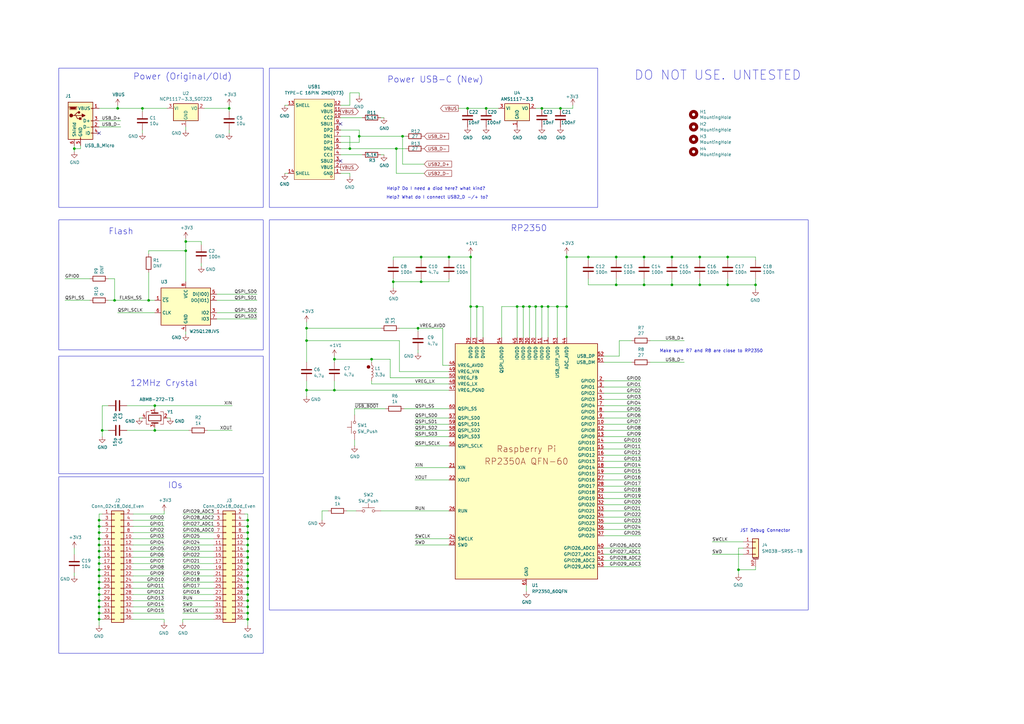
<source format=kicad_sch>
(kicad_sch (version 20250114) (generator "eeschema") (generator_version "9.0")
  (paper "A3")
  (title_block (title "RP2350A QFN-60 Minimal Design Example With USBC") (date "2025-03-18") (rev "REV1") (company "Abluestar.com") (comment 1 "https://github.com/funvill/RP2350A_Minimal_USBC"))
  (lib_symbols
    (symbol "+3V3_1" (power) (pin_numbers (hide yes)) (pin_names (offset 0) (hide yes))
      (property "Value" "+3V3" (at 0 3.556 0))
      (symbol "+3V3_1_1_1"
        (pin power_in line (at 0 0 90) (length 0) (name "~") (number "1"))
      )
    )
    (symbol "C2765186-usbc:TYPE-C16PIN2MD(073)"
      (property "Reference" "USB" (at 0 19.05 0))
      (property "Value" "TYPE-C 16PIN 2MD(073)" (at 0 -19.05 0))
      (symbol "TYPE-C16PIN2MD(073)_0_1"
        (pin unspecified line (at -11.43 13.97 0) (length 2.54) (name "GND") (number "1"))
        (pin unspecified line (at -11.43 11.43 0) (length 2.54) (name "VBUS") (number "2"))
        (pin unspecified line (at -11.43 8.89 0) (length 2.54) (name "SBU2") (number "3"))
        (pin unspecified line (at -11.43 6.35 0) (length 2.54) (name "CC1") (number "4"))
        (pin unspecified line (at -11.43 3.81 0) (length 2.54) (name "DN2") (number "5"))
        (pin unspecified line (at -11.43 1.27 0) (length 2.54) (name "DP1") (number "6"))
        (pin unspecified line (at -11.43 -1.27 0) (length 2.54) (name "DN1") (number "7"))
        (pin unspecified line (at -11.43 -3.81 0) (length 2.54) (name "DP2") (number "8"))
        (pin unspecified line (at -11.43 -6.35 0) (length 2.54) (name "SBU1") (number "9"))
        (pin unspecified line (at -11.43 -8.89 0) (length 2.54) (name "CC2") (number "10"))
        (pin unspecified line (at -11.43 -11.43 0) (length 2.54) (name "VBUS") (number "11"))
        (pin unspecified line (at -11.43 -13.97 0) (length 2.54) (name "GND") (number "12"))
        (pin unspecified line (at 10.16 13.97 180) (length 2.54) (name "SHELL") (number "14"))
        (pin unspecified line (at 10.16 -13.97 180) (length 2.54) (name "SHELL") (number "13"))
      )
    )
    (symbol "Connector:USB_B_Micro" (pin_names (offset 1.016))
      (property "Reference" "J" (at -5.08 11.43 0))
      (property "Value" "USB_B_Micro" (at -5.08 8.89 0))
      (symbol "USB_B_Micro_1_1"
        (pin passive line (at -2.54 -10.16 90) (length 2.54) (name "Shield") (number "6"))
        (pin power_out line (at 0 -10.16 90) (length 2.54) (name "GND") (number "5"))
        (pin power_out line (at 7.62 5.08 180) (length 2.54) (name "VBUS") (number "1"))
        (pin bidirectional line (at 7.62 0 180) (length 2.54) (name "D+") (number "3"))
        (pin bidirectional line (at 7.62 -2.54 180) (length 2.54) (name "D-") (number "2"))
        (pin passive line (at 7.62 -5.08 180) (length 2.54) (name "ID") (number "4"))
      )
    )
    (symbol "Connector_Generic:Conn_02x18_Odd_Even" (pin_names (offset 1.016) (hide yes))
      (property "Reference" "J" (at 1.27 22.86 0))
      (property "Value" "Conn_02x18_Odd_Even" (at 1.27 -25.4 0))
      (symbol "Conn_02x18_Odd_Even_1_1"
        (pin passive line (at -5.08 20.32 0) (length 3.81) (name "Pin_1") (number "1"))
        (pin passive line (at -5.08 17.78 0) (length 3.81) (name "Pin_3") (number "3"))
        (pin passive line (at -5.08 15.24 0) (length 3.81) (name "Pin_5") (number "5"))
        (pin passive line (at -5.08 12.7 0) (length 3.81) (name "Pin_7") (number "7"))
        (pin passive line (at -5.08 10.16 0) (length 3.81) (name "Pin_9") (number "9"))
        (pin passive line (at -5.08 7.62 0) (length 3.81) (name "Pin_11") (number "11"))
        (pin passive line (at -5.08 5.08 0) (length 3.81) (name "Pin_13") (number "13"))
        (pin passive line (at -5.08 2.54 0) (length 3.81) (name "Pin_15") (number "15"))
        (pin passive line (at -5.08 0 0) (length 3.81) (name "Pin_17") (number "17"))
        (pin passive line (at -5.08 -2.54 0) (length 3.81) (name "Pin_19") (number "19"))
        (pin passive line (at -5.08 -5.08 0) (length 3.81) (name "Pin_21") (number "21"))
        (pin passive line (at -5.08 -7.62 0) (length 3.81) (name "Pin_23") (number "23"))
        (pin passive line (at -5.08 -10.16 0) (length 3.81) (name "Pin_25") (number "25"))
        (pin passive line (at -5.08 -12.7 0) (length 3.81) (name "Pin_27") (number "27"))
        (pin passive line (at -5.08 -15.24 0) (length 3.81) (name "Pin_29") (number "29"))
        (pin passive line (at -5.08 -17.78 0) (length 3.81) (name "Pin_31") (number "31"))
        (pin passive line (at -5.08 -20.32 0) (length 3.81) (name "Pin_33") (number "33"))
        (pin passive line (at -5.08 -22.86 0) (length 3.81) (name "Pin_35") (number "35"))
        (pin passive line (at 7.62 20.32 180) (length 3.81) (name "Pin_2") (number "2"))
        (pin passive line (at 7.62 17.78 180) (length 3.81) (name "Pin_4") (number "4"))
        (pin passive line (at 7.62 15.24 180) (length 3.81) (name "Pin_6") (number "6"))
        (pin passive line (at 7.62 12.7 180) (length 3.81) (name "Pin_8") (number "8"))
        (pin passive line (at 7.62 10.16 180) (length 3.81) (name "Pin_10") (number "10"))
        (pin passive line (at 7.62 7.62 180) (length 3.81) (name "Pin_12") (number "12"))
        (pin passive line (at 7.62 5.08 180) (length 3.81) (name "Pin_14") (number "14"))
        (pin passive line (at 7.62 2.54 180) (length 3.81) (name "Pin_16") (number "16"))
        (pin passive line (at 7.62 0 180) (length 3.81) (name "Pin_18") (number "18"))
        (pin passive line (at 7.62 -2.54 180) (length 3.81) (name "Pin_20") (number "20"))
        (pin passive line (at 7.62 -5.08 180) (length 3.81) (name "Pin_22") (number "22"))
        (pin passive line (at 7.62 -7.62 180) (length 3.81) (name "Pin_24") (number "24"))
        (pin passive line (at 7.62 -10.16 180) (length 3.81) (name "Pin_26") (number "26"))
        (pin passive line (at 7.62 -12.7 180) (length 3.81) (name "Pin_28") (number "28"))
        (pin passive line (at 7.62 -15.24 180) (length 3.81) (name "Pin_30") (number "30"))
        (pin passive line (at 7.62 -17.78 180) (length 3.81) (name "Pin_32") (number "32"))
        (pin passive line (at 7.62 -20.32 180) (length 3.81) (name "Pin_34") (number "34"))
        (pin passive line (at 7.62 -22.86 180) (length 3.81) (name "Pin_36") (number "36"))
      )
    )
    (symbol "Connector_Generic_MountingPin:Conn_01x03_MountingPin" (pin_names (offset 1.016) (hide yes))
      (property "Reference" "J" (at 0 5.08 0))
      (property "Value" "Conn_01x03_MountingPin" (at 1.27 -5.08 0))
      (symbol "Conn_01x03_MountingPin_1_1"
        (text "Mounting" (at 0 -4.191 0) (effects (font (size 0.381 0.381))))
        (pin passive line (at -5.08 2.54 0) (length 3.81) (name "Pin_1") (number "1"))
        (pin passive line (at -5.08 0 0) (length 3.81) (name "Pin_2") (number "2"))
        (pin passive line (at -5.08 -2.54 0) (length 3.81) (name "Pin_3") (number "3"))
        (pin passive line (at 0 -7.62 90) (length 3.048) (name "MountPin") (number "MP"))
      )
    )
    (symbol "Device:C" (pin_numbers (hide yes)) (pin_names (offset 0.254))
      (property "Reference" "C" (at 0.635 2.54 0))
      (property "Value" "C" (at 0.635 -2.54 0))
      (symbol "C_1_1"
        (pin passive line (at 0 3.81 270) (length 2.794) (name "~") (number "1"))
        (pin passive line (at 0 -3.81 90) (length 2.794) (name "~") (number "2"))
      )
    )
    (symbol "Device:Crystal_GND24" (pin_names (offset 1.016) (hide yes))
      (property "Reference" "Y" (at 3.175 5.08 0))
      (property "Value" "Crystal_GND24" (at 3.175 3.175 0))
      (symbol "Crystal_GND24_1_1"
        (pin passive line (at -3.81 0 0) (length 1.27) (name "1") (number "1"))
        (pin passive line (at 0 5.08 270) (length 1.27) (name "2") (number "2"))
        (pin passive line (at 0 -5.08 90) (length 1.27) (name "4") (number "4"))
        (pin passive line (at 3.81 0 180) (length 1.27) (name "3") (number "3"))
      )
    )
    (symbol "Device:L" (pin_numbers (hide yes)) (pin_names (offset 1.016) (hide yes))
      (property "Reference" "L" (at -1.27 0 90))
      (property "Value" "L" (at 1.905 0 90))
      (symbol "L_1_1"
        (pin passive line (at 0 3.81 270) (length 1.27) (name "1") (number "1"))
        (pin passive line (at 0 -3.81 90) (length 1.27) (name "2") (number "2"))
      )
    )
    (symbol "Device:R" (pin_numbers (hide yes)) (pin_names (offset 0))
      (property "Reference" "R" (at 2.032 0 90))
      (property "Value" "R" (at 0 0 90))
      (symbol "R_1_1"
        (pin passive line (at 0 3.81 270) (length 1.27) (name "~") (number "1"))
        (pin passive line (at 0 -3.81 90) (length 1.27) (name "~") (number "2"))
      )
    )
    (symbol "MCU_RaspberryPi_RP2350:RP2350_60QFN" (pin_names (offset 1.016))
      (property "Reference" "U" (at -29.21 49.53 0))
      (property "Value" "RP2350_60QFN" (at 24.13 -49.53 0))
      (symbol "RP2350_60QFN_0_0"
        (text "Raspberry Pi" (at 0 5.08 0) (effects (font (size 2.54 2.54))))
      )
      (symbol "RP2350_60QFN_1_0"
        (text "RP2350A QFN-60" (at 0 0 0) (effects (font (size 2.54 2.54))))
      )
      (symbol "RP2350_60QFN_1_1"
        (pin power_in line (at -31.75 39.37 0) (length 2.54) (name "VREG_AVDD") (number "46"))
        (pin power_in line (at -31.75 36.83 0) (length 2.54) (name "VREG_VIN") (number "49"))
        (pin input line (at -31.75 34.29 0) (length 2.54) (name "VREG_FB") (number "50"))
        (pin power_out line (at -31.75 31.75 0) (length 2.54) (name "VREG_LX") (number "48"))
        (pin power_in line (at -31.75 29.21 0) (length 2.54) (name "VREG_PGND") (number "47"))
        (pin bidirectional line (at -31.75 21.59 0) (length 2.54) (name "QSPI_SS") (number "60"))
        (pin bidirectional line (at -31.75 17.78 0) (length 2.54) (name "QSPI_SD0") (number "57"))
        (pin bidirectional line (at -31.75 15.24 0) (length 2.54) (name "QSPI_SD1") (number "59"))
        (pin bidirectional line (at -31.75 12.7 0) (length 2.54) (name "QSPI_SD2") (number "58"))
        (pin bidirectional line (at -31.75 10.16 0) (length 2.54) (name "QSPI_SD3") (number "55"))
        (pin output line (at -31.75 6.35 0) (length 2.54) (name "QSPI_SCLK") (number "56"))
        (pin input line (at -31.75 -2.54 0) (length 2.54) (name "XIN") (number "21"))
        (pin passive line (at -31.75 -7.62 0) (length 2.54) (name "XOUT") (number "22"))
        (pin input line (at -31.75 -20.32 0) (length 2.54) (name "RUN") (number "26"))
        (pin output line (at -31.75 -31.75 0) (length 2.54) (name "SWCLK") (number "24"))
        (pin bidirectional line (at -31.75 -34.29 0) (length 2.54) (name "SWD") (number "25"))
        (pin power_in line (at -22.86 50.8 270) (length 2.54) (name "DVDD") (number "39"))
        (pin power_in line (at -20.32 50.8 270) (length 2.54) (name "DVDD") (number "23"))
        (pin power_in line (at -17.78 50.8 270) (length 2.54) (name "DVDD") (number "6"))
        (pin power_in line (at -10.16 50.8 270) (length 2.54) (name "QSPI_IOVDD") (number "54"))
        (pin power_in line (at -3.81 50.8 270) (length 2.54) (name "IOVDD") (number "45"))
        (pin power_in line (at -1.27 50.8 270) (length 2.54) (name "IOVDD") (number "38"))
        (pin power_in line (at 0 -50.8 90) (length 2.54) (name "GND") (number "61"))
        (pin power_in line (at 1.27 50.8 270) (length 2.54) (name "IOVDD") (number "30"))
        (pin power_in line (at 3.81 50.8 270) (length 2.54) (name "IOVDD") (number "20"))
        (pin power_in line (at 6.35 50.8 270) (length 2.54) (name "IOVDD") (number "11"))
        (pin power_in line (at 8.89 50.8 270) (length 2.54) (name "IOVDD") (number "1"))
        (pin power_in line (at 12.7 50.8 270) (length 2.54) (name "USB_OTP_VDD") (number "53"))
        (pin power_in line (at 16.51 50.8 270) (length 2.54) (name "ADC_AVDD") (number "44"))
        (pin bidirectional line (at 31.75 43.18 180) (length 2.54) (name "USB_DP") (number "52"))
        (pin bidirectional line (at 31.75 40.64 180) (length 2.54) (name "USB_DM") (number "51"))
        (pin bidirectional line (at 31.75 33.02 180) (length 2.54) (name "GPIO0") (number "2"))
        (pin bidirectional line (at 31.75 30.48 180) (length 2.54) (name "GPIO1") (number "3"))
        (pin bidirectional line (at 31.75 27.94 180) (length 2.54) (name "GPIO2") (number "4"))
        (pin bidirectional line (at 31.75 25.4 180) (length 2.54) (name "GPIO3") (number "5"))
        (pin bidirectional line (at 31.75 22.86 180) (length 2.54) (name "GPIO4") (number "7"))
        (pin bidirectional line (at 31.75 20.32 180) (length 2.54) (name "GPIO5") (number "8"))
        (pin bidirectional line (at 31.75 17.78 180) (length 2.54) (name "GPIO6") (number "9"))
        (pin bidirectional line (at 31.75 15.24 180) (length 2.54) (name "GPIO7") (number "10"))
        (pin bidirectional line (at 31.75 12.7 180) (length 2.54) (name "GPIO8") (number "12"))
        (pin bidirectional line (at 31.75 10.16 180) (length 2.54) (name "GPIO9") (number "13"))
        (pin bidirectional line (at 31.75 7.62 180) (length 2.54) (name "GPIO10") (number "14"))
        (pin bidirectional line (at 31.75 5.08 180) (length 2.54) (name "GPIO11") (number "15"))
        (pin bidirectional line (at 31.75 2.54 180) (length 2.54) (name "GPIO12") (number "16"))
        (pin bidirectional line (at 31.75 0 180) (length 2.54) (name "GPIO13") (number "17"))
        (pin bidirectional line (at 31.75 -2.54 180) (length 2.54) (name "GPIO14") (number "18"))
        (pin bidirectional line (at 31.75 -5.08 180) (length 2.54) (name "GPIO15") (number "19"))
        (pin bidirectional line (at 31.75 -7.62 180) (length 2.54) (name "GPIO16") (number "27"))
        (pin bidirectional line (at 31.75 -10.16 180) (length 2.54) (name "GPIO17") (number "28"))
        (pin bidirectional line (at 31.75 -12.7 180) (length 2.54) (name "GPIO18") (number "29"))
        (pin bidirectional line (at 31.75 -15.24 180) (length 2.54) (name "GPIO19") (number "31"))
        (pin bidirectional line (at 31.75 -17.78 180) (length 2.54) (name "GPIO20") (number "32"))
        (pin bidirectional line (at 31.75 -20.32 180) (length 2.54) (name "GPIO21") (number "33"))
        (pin bidirectional line (at 31.75 -22.86 180) (length 2.54) (name "GPIO22") (number "34"))
        (pin bidirectional line (at 31.75 -25.4 180) (length 2.54) (name "GPIO23") (number "35"))
        (pin bidirectional line (at 31.75 -27.94 180) (length 2.54) (name "GPIO24") (number "36"))
        (pin bidirectional line (at 31.75 -30.48 180) (length 2.54) (name "GPIO25") (number "37"))
        (pin bidirectional line (at 31.75 -35.56 180) (length 2.54) (name "GPIO26_ADC0") (number "40"))
        (pin bidirectional line (at 31.75 -38.1 180) (length 2.54) (name "GPIO27_ADC1") (number "41"))
        (pin bidirectional line (at 31.75 -40.64 180) (length 2.54) (name "GPIO28_ADC2") (number "42"))
        (pin bidirectional line (at 31.75 -43.18 180) (length 2.54) (name "GPIO29_ADC3") (number "43"))
      )
    )
    (symbol "Mechanical:MountingHole" (pin_names (offset 1.016))
      (property "Reference" "H" (at 0 5.08 0))
      (property "Value" "MountingHole" (at 0 3.175 0))
    )
    (symbol "Memory_Flash:W25Q128JVS"
      (property "Reference" "U" (at -8.89 8.89 0))
      (property "Value" "W25Q128JVS" (at 7.62 8.89 0))
      (symbol "W25Q128JVS_1_1"
        (pin input line (at -12.7 2.54 0) (length 2.54) (name "~{CS}") (number "1"))
        (pin input line (at -12.7 -2.54 0) (length 2.54) (name "CLK") (number "6"))
        (pin power_in line (at 0 10.16 270) (length 2.54) (name "VCC") (number "8"))
        (pin power_in line (at 0 -10.16 90) (length 2.54) (name "GND") (number "4"))
        (pin bidirectional line (at 12.7 5.08 180) (length 2.54) (name "DI(IO0)") (number "5"))
        (pin bidirectional line (at 12.7 2.54 180) (length 2.54) (name "DO(IO1)") (number "2"))
        (pin bidirectional line (at 12.7 -2.54 180) (length 2.54) (name "IO2") (number "3"))
        (pin bidirectional line (at 12.7 -5.08 180) (length 2.54) (name "IO3") (number "7"))
      )
    )
    (symbol "Regulator_Linear:AMS1117-3.3"
      (property "Reference" "U" (at -3.81 3.175 0))
      (property "Value" "AMS1117-3.3" (at 0 3.175 0))
      (symbol "AMS1117-3.3_1_1"
        (pin power_in line (at -7.62 0 0) (length 2.54) (name "VI") (number "3"))
        (pin power_in line (at 0 -7.62 90) (length 2.54) (name "GND") (number "1"))
        (pin power_out line (at 7.62 0 180) (length 2.54) (name "VO") (number "2"))
      )
    )
    (symbol "Regulator_Linear:NCP1117-3.3_SOT223" (pin_names (offset 0.254))
      (property "Reference" "U" (at -3.81 3.175 0))
      (property "Value" "NCP1117-3.3_SOT223" (at 0 3.175 0))
      (symbol "NCP1117-3.3_SOT223_1_1"
        (pin power_in line (at -7.62 0 0) (length 2.54) (name "VI") (number "3"))
        (pin power_in line (at 0 -7.62 90) (length 2.54) (name "GND") (number "1"))
        (pin power_out line (at 7.62 0 180) (length 2.54) (name "VO") (number "2"))
      )
    )
    (symbol "Switch:SW_Push" (pin_numbers (hide yes)) (pin_names (offset 1.016) (hide yes))
      (property "Reference" "SW" (at 1.27 2.54 0))
      (property "Value" "SW_Push" (at 0 -1.524 0))
      (symbol "SW_Push_0_1"
        (pin passive line (at -5.08 0 0) (length 2.54) (name "1") (number "1"))
        (pin passive line (at 5.08 0 180) (length 2.54) (name "2") (number "2"))
      )
    )
    (symbol "power:+1V1" (power) (pin_names (offset 0))
      (property "Value" "+1V1" (at 0 3.556 0))
      (symbol "+1V1_1_1"
        (pin power_in line (at 0 0 90) (length 0) (hide yes) (name "+1V1") (number "1"))
      )
    )
    (symbol "power:+3V3" (power) (pin_names (offset 0))
      (property "Value" "+3V3" (at 0 3.556 0))
      (symbol "+3V3_1_1"
        (pin power_in line (at 0 0 90) (length 0) (hide yes) (name "+3V3") (number "1"))
      )
    )
    (symbol "power:GND" (power) (pin_names (offset 0))
      (property "Value" "GND" (at 0 -3.81 0))
      (symbol "GND_1_1"
        (pin power_in line (at 0 0 270) (length 0) (hide yes) (name "GND") (number "1"))
      )
    )
    (symbol "power:VBUS" (power) (pin_names (offset 0))
      (property "Value" "VBUS" (at 0 3.81 0))
      (symbol "VBUS_1_1"
        (pin power_in line (at 0 0 90) (length 0) (hide yes) (name "VBUS") (number "1"))
      )
    )
  )
  (rectangle (start 24.13 195.58) (end 107.95 267.97))
  (rectangle (start 24.13 27.94) (end 107.95 85.09))
  (circle (center 151.13 150.495) (radius 0.635) (stroke (width 0) (color 132 0 0 1)) (fill (type color) (color 132 0 0 1)))
  (rectangle (start 24.13 146.05) (end 107.95 194.31))
  (rectangle (start 24.13 90.17) (end 107.95 143.51))
  (rectangle (start 110.49 27.94) (end 245.11 85.09))
  (rectangle (start 110.49 90.17) (end 331.47 250.19))
  (text "Help? What do I connect USB2_D -/+ to?" (at 179.324 81.026 0) (effects (font (size 1.27 1.27))))
  (text "JST Debug Connector" (at 303.53 218.44 0) (effects (font (size 1.27 1.27)) (justify left bottom)))
  (text "IOs" (at 68.834 200.66 0) (effects (font (size 2.54 2.54)) (justify left bottom)))
  (text "RP2350" (at 216.916 93.726 0) (effects (font (size 2.54 2.54))))
  (text "Flash" (at 44.45 96.52 0) (effects (font (size 2.54 2.54)) (justify left bottom)))
  (text "Make sure R7 and R8 are close to RP2350\n" (at 270.51 144.78 0) (effects (font (size 1.27 1.27)) (justify left bottom)))
  (text "DO NOT USE. UNTESTED" (at 294.386 30.988 0) (effects (font (size 3.81 3.81))))
  (text "Help? Do I need a diod here? what kind?" (at 178.816 77.47 0) (effects (font (size 1.27 1.27))))
  (text "12MHz Crystal" (at 53.34 158.75 0) (effects (font (size 2.54 2.54)) (justify left bottom)))
  (text "Power (Original/Old)" (at 54.61 33.02 0) (effects (font (size 2.54 2.54)) (justify left bottom)))
  (text "Power USB-C (New)" (at 178.562 32.766 0) (effects (font (size 2.54 2.54))))
  (junction (at 302.895 233.68))
  (junction (at 275.59 105.41))
  (junction (at 171.45 134.62))
  (junction (at 191.77 44.45))
  (junction (at 40.64 238.76))
  (junction (at 137.16 147.32))
  (junction (at 40.64 246.38))
  (junction (at 212.09 125.73))
  (junction (at 298.45 116.84))
  (junction (at 40.64 236.22))
  (junction (at 193.04 125.73))
  (junction (at 147.32 55.88))
  (junction (at 172.72 115.57))
  (junction (at 232.41 105.41))
  (junction (at 101.6 251.46))
  (junction (at 40.64 233.68))
  (junction (at 214.63 125.73))
  (junction (at 63.5 166.37))
  (junction (at 48.26 44.45))
  (junction (at 152.4 147.32))
  (junction (at 30.48 60.96))
  (junction (at 137.16 160.02))
  (junction (at 241.3 105.41))
  (junction (at 40.64 241.3))
  (junction (at 222.25 44.45))
  (junction (at 228.6 125.73))
  (junction (at 41.91 176.53))
  (junction (at 172.72 105.41))
  (junction (at 224.79 125.73))
  (junction (at 101.6 243.84))
  (junction (at 287.02 116.84))
  (junction (at 101.6 223.52))
  (junction (at 101.6 233.68))
  (junction (at 162.56 60.96))
  (junction (at 309.88 116.84))
  (junction (at 101.6 215.9))
  (junction (at 101.6 246.38))
  (junction (at 264.16 116.84))
  (junction (at 40.64 231.14))
  (junction (at 222.25 125.73))
  (junction (at 76.2 99.06))
  (junction (at 40.64 218.44))
  (junction (at 217.17 125.73))
  (junction (at 101.6 254))
  (junction (at 199.39 44.45))
  (junction (at 193.04 105.41))
  (junction (at 76.2 102.87))
  (junction (at 125.73 160.02))
  (junction (at 101.6 226.06))
  (junction (at 298.45 105.41))
  (junction (at 101.6 228.6))
  (junction (at 275.59 116.84))
  (junction (at 287.02 105.41))
  (junction (at 40.64 228.6))
  (junction (at 40.64 226.06))
  (junction (at 58.42 44.45))
  (junction (at 184.15 105.41))
  (junction (at 101.6 248.92))
  (junction (at 101.6 241.3))
  (junction (at 101.6 220.98))
  (junction (at 40.64 254))
  (junction (at 40.64 243.84))
  (junction (at 40.64 215.9))
  (junction (at 101.6 218.44))
  (junction (at 40.64 213.36))
  (junction (at 101.6 236.22))
  (junction (at 252.73 105.41))
  (junction (at 63.5 176.53))
  (junction (at 40.64 248.92))
  (junction (at 252.73 116.84))
  (junction (at 232.41 125.73))
  (junction (at 229.87 44.45))
  (junction (at 101.6 231.14))
  (junction (at 125.73 134.62))
  (junction (at 40.64 251.46))
  (junction (at 195.58 125.73))
  (junction (at 264.16 105.41))
  (junction (at 60.96 123.19))
  (junction (at 46.99 123.19))
  (junction (at 101.6 213.36))
  (junction (at 101.6 238.76))
  (junction (at 93.98 44.45))
  (junction (at 143.51 60.96))
  (junction (at 40.64 220.98))
  (junction (at 165.1 55.88))
  (junction (at 219.71 125.73))
  (junction (at 125.73 139.7))
  (junction (at 161.29 115.57))
  (junction (at 40.64 223.52))
  (no_connect (at 139.7 66.04))
  (no_connect (at 139.7 50.8))
  (no_connect (at 40.64 54.61))
  (wire (pts (xy 247.65 171.45) (xy 262.89 171.45)))
  (wire (pts (xy 171.45 144.78) (xy 171.45 143.51)))
  (wire (pts (xy 26.67 114.3) (xy 36.83 114.3)))
  (wire (pts (xy 139.7 48.26) (xy 148.59 48.26)))
  (wire (pts (xy 163.83 139.7) (xy 163.83 152.4)))
  (wire (pts (xy 101.6 241.3) (xy 101.6 243.84)))
  (wire (pts (xy 247.65 229.87) (xy 262.89 229.87)))
  (wire (pts (xy 101.6 226.06) (xy 101.6 228.6)))
  (wire (pts (xy 67.31 233.68) (xy 54.61 233.68)))
  (wire (pts (xy 87.63 236.22) (xy 74.93 236.22)))
  (wire (pts (xy 40.64 248.92) (xy 40.64 251.46)))
  (wire (pts (xy 302.895 224.79) (xy 302.895 233.68)))
  (wire (pts (xy 172.72 105.41) (xy 184.15 105.41)))
  (wire (pts (xy 87.63 220.98) (xy 74.93 220.98)))
  (wire (pts (xy 247.65 173.99) (xy 262.89 173.99)))
  (wire (pts (xy 93.98 44.45) (xy 93.98 43.18)))
  (wire (pts (xy 87.63 246.38) (xy 74.93 246.38)))
  (wire (pts (xy 63.5 167.64) (xy 63.5 166.37)))
  (wire (pts (xy 252.73 106.68) (xy 252.73 105.41)))
  (wire (pts (xy 252.73 114.3) (xy 252.73 116.84)))
  (wire (pts (xy 181.61 134.62) (xy 181.61 149.86)))
  (wire (pts (xy 67.31 238.76) (xy 54.61 238.76)))
  (wire (pts (xy 224.79 125.73) (xy 228.6 125.73)))
  (wire (pts (xy 172.72 106.68) (xy 172.72 105.41)))
  (wire (pts (xy 184.15 182.88) (xy 170.18 182.88)))
  (wire (pts (xy 172.72 115.57) (xy 184.15 115.57)))
  (wire (pts (xy 30.48 59.69) (xy 30.48 60.96)))
  (wire (pts (xy 247.65 212.09) (xy 262.89 212.09)))
  (wire (pts (xy 101.6 254) (xy 101.6 256.54)))
  (wire (pts (xy 247.65 156.21) (xy 262.89 156.21)))
  (wire (pts (xy 161.29 114.3) (xy 161.29 115.57)))
  (wire (pts (xy 48.26 43.18) (xy 48.26 44.45)))
  (wire (pts (xy 171.45 134.62) (xy 181.61 134.62)))
  (wire (pts (xy 101.6 243.84) (xy 101.6 246.38)))
  (wire (pts (xy 247.65 207.01) (xy 262.89 207.01)))
  (wire (pts (xy 67.31 243.84) (xy 54.61 243.84)))
  (wire (pts (xy 139.7 58.42) (xy 147.32 58.42)))
  (wire (pts (xy 165.1 55.88) (xy 165.1 67.31)))
  (wire (pts (xy 101.6 220.98) (xy 101.6 223.52)))
  (wire (pts (xy 162.56 60.96) (xy 166.37 60.96)))
  (wire (pts (xy 40.64 254) (xy 40.64 256.54)))
  (wire (pts (xy 264.16 106.68) (xy 264.16 105.41)))
  (wire (pts (xy 162.56 60.96) (xy 162.56 71.12)))
  (wire (pts (xy 145.415 167.64) (xy 145.415 170.18)))
  (wire (pts (xy 184.15 220.98) (xy 170.18 220.98)))
  (wire (pts (xy 87.63 233.68) (xy 74.93 233.68)))
  (wire (pts (xy 125.73 134.62) (xy 125.73 139.7)))
  (wire (pts (xy 241.3 106.68) (xy 241.3 105.41)))
  (wire (pts (xy 63.5 176.53) (xy 77.47 176.53)))
  (wire (pts (xy 101.6 218.44) (xy 101.6 220.98)))
  (wire (pts (xy 241.3 114.3) (xy 241.3 116.84)))
  (wire (pts (xy 125.73 139.7) (xy 163.83 139.7)))
  (wire (pts (xy 125.73 139.7) (xy 125.73 148.59)))
  (wire (pts (xy 143.51 38.1) (xy 147.32 38.1)))
  (wire (pts (xy 41.91 246.38) (xy 40.64 246.38)))
  (wire (pts (xy 41.91 176.53) (xy 41.91 179.07)))
  (wire (pts (xy 87.63 241.3) (xy 74.93 241.3)))
  (wire (pts (xy 40.64 251.46) (xy 40.64 254)))
  (wire (pts (xy 217.17 138.43) (xy 217.17 125.73)))
  (wire (pts (xy 33.02 59.69) (xy 33.02 60.96)))
  (wire (pts (xy 40.64 228.6) (xy 40.64 231.14)))
  (wire (pts (xy 222.25 44.45) (xy 229.87 44.45)))
  (wire (pts (xy 205.74 138.43) (xy 205.74 125.73)))
  (wire (pts (xy 48.26 128.27) (xy 63.5 128.27)))
  (wire (pts (xy 76.2 97.79) (xy 76.2 99.06)))
  (wire (pts (xy 41.91 166.37) (xy 41.91 176.53)))
  (wire (pts (xy 228.6 125.73) (xy 232.41 125.73)))
  (wire (pts (xy 275.59 105.41) (xy 287.02 105.41)))
  (wire (pts (xy 100.33 231.14) (xy 101.6 231.14)))
  (wire (pts (xy 139.7 63.5) (xy 148.59 63.5)))
  (wire (pts (xy 44.45 166.37) (xy 41.91 166.37)))
  (wire (pts (xy 171.45 134.62) (xy 171.45 135.89)))
  (wire (pts (xy 287.02 116.84) (xy 275.59 116.84)))
  (wire (pts (xy 139.7 53.34) (xy 147.32 53.34)))
  (wire (pts (xy 67.31 246.38) (xy 54.61 246.38)))
  (wire (pts (xy 247.65 219.71) (xy 262.89 219.71)))
  (wire (pts (xy 44.45 114.3) (xy 46.99 114.3)))
  (wire (pts (xy 219.71 125.73) (xy 222.25 125.73)))
  (wire (pts (xy 40.64 52.07) (xy 49.53 52.07)))
  (wire (pts (xy 139.7 55.88) (xy 143.51 55.88)))
  (wire (pts (xy 252.73 116.84) (xy 241.3 116.84)))
  (wire (pts (xy 287.02 114.3) (xy 287.02 116.84)))
  (wire (pts (xy 193.04 105.41) (xy 193.04 125.73)))
  (wire (pts (xy 214.63 125.73) (xy 217.17 125.73)))
  (wire (pts (xy 101.6 233.68) (xy 101.6 236.22)))
  (wire (pts (xy 100.33 246.38) (xy 101.6 246.38)))
  (wire (pts (xy 247.65 184.15) (xy 262.89 184.15)))
  (wire (pts (xy 219.71 138.43) (xy 219.71 125.73)))
  (wire (pts (xy 60.96 102.87) (xy 76.2 102.87)))
  (wire (pts (xy 163.83 152.4) (xy 184.15 152.4)))
  (wire (pts (xy 100.33 254) (xy 101.6 254)))
  (wire (pts (xy 100.33 228.6) (xy 101.6 228.6)))
  (wire (pts (xy 217.17 125.73) (xy 219.71 125.73)))
  (wire (pts (xy 58.42 45.72) (xy 58.42 44.45)))
  (wire (pts (xy 100.33 223.52) (xy 101.6 223.52)))
  (wire (pts (xy 125.73 132.08) (xy 125.73 134.62)))
  (wire (pts (xy 41.91 238.76) (xy 40.64 238.76)))
  (wire (pts (xy 101.6 215.9) (xy 101.6 218.44)))
  (wire (pts (xy 165.1 55.88) (xy 166.37 55.88)))
  (wire (pts (xy 125.73 160.02) (xy 137.16 160.02)))
  (wire (pts (xy 247.65 176.53) (xy 262.89 176.53)))
  (wire (pts (xy 134.62 209.55) (xy 132.08 209.55)))
  (wire (pts (xy 252.73 105.41) (xy 264.16 105.41)))
  (wire (pts (xy 60.96 104.14) (xy 60.96 102.87)))
  (wire (pts (xy 137.16 148.59) (xy 137.16 147.32)))
  (wire (pts (xy 67.31 255.27) (xy 67.31 254)))
  (wire (pts (xy 247.65 158.75) (xy 262.89 158.75)))
  (wire (pts (xy 88.9 130.81) (xy 105.41 130.81)))
  (wire (pts (xy 184.15 167.64) (xy 165.735 167.64)))
  (wire (pts (xy 161.29 106.68) (xy 161.29 105.41)))
  (wire (pts (xy 40.64 215.9) (xy 40.64 218.44)))
  (wire (pts (xy 125.73 156.21) (xy 125.73 160.02)))
  (wire (pts (xy 100.33 218.44) (xy 101.6 218.44)))
  (wire (pts (xy 309.88 232.41) (xy 309.88 233.68)))
  (wire (pts (xy 187.96 44.45) (xy 191.77 44.45)))
  (wire (pts (xy 87.63 248.92) (xy 74.93 248.92)))
  (wire (pts (xy 67.31 236.22) (xy 54.61 236.22)))
  (wire (pts (xy 87.63 231.14) (xy 74.93 231.14)))
  (wire (pts (xy 101.6 231.14) (xy 101.6 233.68)))
  (wire (pts (xy 184.15 154.94) (xy 160.02 154.94)))
  (wire (pts (xy 147.32 38.1) (xy 147.32 39.37)))
  (wire (pts (xy 60.96 111.76) (xy 60.96 123.19)))
  (wire (pts (xy 76.2 135.89) (xy 76.2 137.16)))
  (wire (pts (xy 101.6 210.82) (xy 101.6 213.36)))
  (wire (pts (xy 100.33 248.92) (xy 101.6 248.92)))
  (wire (pts (xy 247.65 217.17) (xy 262.89 217.17)))
  (wire (pts (xy 158.115 167.64) (xy 145.415 167.64)))
  (wire (pts (xy 292.1 227.33) (xy 304.8 227.33)))
  (wire (pts (xy 101.6 246.38) (xy 101.6 248.92)))
  (wire (pts (xy 87.63 215.9) (xy 74.93 215.9)))
  (wire (pts (xy 247.65 232.41) (xy 262.89 232.41)))
  (wire (pts (xy 266.7 148.59) (xy 280.67 148.59)))
  (wire (pts (xy 101.6 238.76) (xy 101.6 241.3)))
  (wire (pts (xy 193.04 125.73) (xy 193.04 138.43)))
  (wire (pts (xy 87.63 238.76) (xy 74.93 238.76)))
  (wire (pts (xy 87.63 213.36) (xy 74.93 213.36)))
  (wire (pts (xy 60.96 123.19) (xy 63.5 123.19)))
  (wire (pts (xy 100.33 210.82) (xy 101.6 210.82)))
  (wire (pts (xy 232.41 125.73) (xy 232.41 138.43)))
  (wire (pts (xy 137.16 146.05) (xy 137.16 147.32)))
  (wire (pts (xy 85.09 176.53) (xy 95.25 176.53)))
  (wire (pts (xy 52.07 176.53) (xy 63.5 176.53)))
  (wire (pts (xy 137.16 160.02) (xy 184.15 160.02)))
  (wire (pts (xy 67.31 226.06) (xy 54.61 226.06)))
  (wire (pts (xy 125.73 160.02) (xy 125.73 162.56)))
  (wire (pts (xy 48.26 44.45) (xy 58.42 44.45)))
  (wire (pts (xy 41.91 228.6) (xy 40.64 228.6)))
  (wire (pts (xy 44.45 176.53) (xy 41.91 176.53)))
  (wire (pts (xy 100.33 251.46) (xy 101.6 251.46)))
  (wire (pts (xy 125.73 134.62) (xy 156.21 134.62)))
  (wire (pts (xy 100.33 241.3) (xy 101.6 241.3)))
  (wire (pts (xy 76.2 102.87) (xy 76.2 115.57)))
  (wire (pts (xy 234.95 43.18) (xy 234.95 44.45)))
  (wire (pts (xy 161.29 115.57) (xy 161.29 118.11)))
  (wire (pts (xy 116.84 43.18) (xy 118.11 43.18)))
  (wire (pts (xy 222.25 125.73) (xy 224.79 125.73)))
  (wire (pts (xy 26.67 123.19) (xy 36.83 123.19)))
  (wire (pts (xy 67.31 248.92) (xy 54.61 248.92)))
  (wire (pts (xy 83.82 44.45) (xy 93.98 44.45)))
  (wire (pts (xy 41.91 210.82) (xy 40.64 210.82)))
  (wire (pts (xy 41.91 248.92) (xy 40.64 248.92)))
  (wire (pts (xy 247.65 214.63) (xy 262.89 214.63)))
  (wire (pts (xy 172.72 114.3) (xy 172.72 115.57)))
  (wire (pts (xy 287.02 105.41) (xy 298.45 105.41)))
  (wire (pts (xy 100.33 213.36) (xy 101.6 213.36)))
  (wire (pts (xy 100.33 233.68) (xy 101.6 233.68)))
  (wire (pts (xy 67.31 210.82) (xy 67.31 209.55)))
  (wire (pts (xy 101.6 248.92) (xy 101.6 251.46)))
  (wire (pts (xy 147.32 55.88) (xy 165.1 55.88)))
  (wire (pts (xy 74.93 254) (xy 87.63 254)))
  (wire (pts (xy 76.2 99.06) (xy 76.2 102.87)))
  (wire (pts (xy 309.88 114.3) (xy 309.88 116.84)))
  (wire (pts (xy 44.45 123.19) (xy 46.99 123.19)))
  (wire (pts (xy 88.9 128.27) (xy 105.41 128.27)))
  (wire (pts (xy 170.18 191.77) (xy 184.15 191.77)))
  (wire (pts (xy 215.9 240.03) (xy 215.9 242.57)))
  (wire (pts (xy 170.18 176.53) (xy 184.15 176.53)))
  (wire (pts (xy 57.15 171.45) (xy 58.42 171.45)))
  (wire (pts (xy 101.6 228.6) (xy 101.6 231.14)))
  (wire (pts (xy 58.42 53.34) (xy 58.42 54.61)))
  (wire (pts (xy 198.12 125.73) (xy 198.12 138.43)))
  (wire (pts (xy 143.51 43.18) (xy 143.51 38.1)))
  (wire (pts (xy 212.09 138.43) (xy 212.09 125.73)))
  (wire (pts (xy 247.65 227.33) (xy 262.89 227.33)))
  (wire (pts (xy 247.65 161.29) (xy 262.89 161.29)))
  (wire (pts (xy 161.29 105.41) (xy 172.72 105.41)))
  (wire (pts (xy 191.77 44.45) (xy 199.39 44.45)))
  (wire (pts (xy 160.02 154.94) (xy 160.02 147.32)))
  (wire (pts (xy 156.21 63.5) (xy 157.48 63.5)))
  (wire (pts (xy 139.7 71.12) (xy 143.51 71.12)))
  (wire (pts (xy 87.63 210.82) (xy 74.93 210.82)))
  (wire (pts (xy 100.33 243.84) (xy 101.6 243.84)))
  (wire (pts (xy 67.31 254) (xy 54.61 254)))
  (wire (pts (xy 82.55 99.06) (xy 76.2 99.06)))
  (wire (pts (xy 40.64 213.36) (xy 40.64 215.9)))
  (wire (pts (xy 247.65 181.61) (xy 262.89 181.61)))
  (wire (pts (xy 298.45 106.68) (xy 298.45 105.41)))
  (wire (pts (xy 170.18 171.45) (xy 184.15 171.45)))
  (wire (pts (xy 40.64 223.52) (xy 40.64 226.06)))
  (wire (pts (xy 254 139.7) (xy 254 146.05)))
  (wire (pts (xy 247.65 189.23) (xy 262.89 189.23)))
  (wire (pts (xy 100.33 226.06) (xy 101.6 226.06)))
  (wire (pts (xy 275.59 114.3) (xy 275.59 116.84)))
  (wire (pts (xy 232.41 104.14) (xy 232.41 105.41)))
  (wire (pts (xy 275.59 106.68) (xy 275.59 105.41)))
  (wire (pts (xy 247.65 199.39) (xy 262.89 199.39)))
  (wire (pts (xy 40.64 231.14) (xy 40.64 233.68)))
  (wire (pts (xy 147.32 53.34) (xy 147.32 55.88)))
  (wire (pts (xy 163.83 134.62) (xy 171.45 134.62)))
  (wire (pts (xy 170.18 173.99) (xy 184.15 173.99)))
  (wire (pts (xy 41.91 236.22) (xy 40.64 236.22)))
  (wire (pts (xy 170.18 179.07) (xy 184.15 179.07)))
  (wire (pts (xy 287.02 106.68) (xy 287.02 105.41)))
  (wire (pts (xy 147.32 55.88) (xy 147.32 58.42)))
  (wire (pts (xy 41.91 241.3) (xy 40.64 241.3)))
  (wire (pts (xy 247.65 179.07) (xy 262.89 179.07)))
  (wire (pts (xy 143.51 60.96) (xy 139.7 60.96)))
  (wire (pts (xy 199.39 44.45) (xy 204.47 44.45)))
  (wire (pts (xy 142.24 209.55) (xy 146.05 209.55)))
  (wire (pts (xy 145.415 180.34) (xy 145.415 182.88)))
  (wire (pts (xy 298.45 116.84) (xy 287.02 116.84)))
  (wire (pts (xy 82.55 100.33) (xy 82.55 99.06)))
  (wire (pts (xy 40.64 210.82) (xy 40.64 213.36)))
  (wire (pts (xy 30.48 224.79) (xy 30.48 227.33)))
  (wire (pts (xy 100.33 220.98) (xy 101.6 220.98)))
  (wire (pts (xy 184.15 105.41) (xy 193.04 105.41)))
  (wire (pts (xy 165.1 67.31) (xy 173.99 67.31)))
  (wire (pts (xy 247.65 204.47) (xy 262.89 204.47)))
  (wire (pts (xy 87.63 223.52) (xy 74.93 223.52)))
  (wire (pts (xy 264.16 105.41) (xy 275.59 105.41)))
  (wire (pts (xy 275.59 116.84) (xy 264.16 116.84)))
  (wire (pts (xy 232.41 105.41) (xy 241.3 105.41)))
  (wire (pts (xy 152.4 157.48) (xy 184.15 157.48)))
  (wire (pts (xy 137.16 156.21) (xy 137.16 160.02)))
  (wire (pts (xy 247.65 194.31) (xy 262.89 194.31)))
  (wire (pts (xy 137.16 147.32) (xy 152.4 147.32)))
  (wire (pts (xy 33.02 60.96) (xy 30.48 60.96)))
  (wire (pts (xy 219.71 44.45) (xy 222.25 44.45)))
  (wire (pts (xy 264.16 114.3) (xy 264.16 116.84)))
  (wire (pts (xy 184.15 223.52) (xy 170.18 223.52)))
  (wire (pts (xy 101.6 223.52) (xy 101.6 226.06)))
  (wire (pts (xy 254 139.7) (xy 259.08 139.7)))
  (wire (pts (xy 41.91 220.98) (xy 40.64 220.98)))
  (wire (pts (xy 40.64 218.44) (xy 40.64 220.98)))
  (wire (pts (xy 195.58 125.73) (xy 198.12 125.73)))
  (wire (pts (xy 67.31 251.46) (xy 54.61 251.46)))
  (wire (pts (xy 68.58 171.45) (xy 69.85 171.45)))
  (wire (pts (xy 214.63 138.43) (xy 214.63 125.73)))
  (wire (pts (xy 302.895 233.68) (xy 309.88 233.68)))
  (wire (pts (xy 101.6 251.46) (xy 101.6 254)))
  (wire (pts (xy 247.65 209.55) (xy 262.89 209.55)))
  (wire (pts (xy 41.91 213.36) (xy 40.64 213.36)))
  (wire (pts (xy 41.91 231.14) (xy 40.64 231.14)))
  (wire (pts (xy 40.64 236.22) (xy 40.64 238.76)))
  (wire (pts (xy 266.7 139.7) (xy 280.67 139.7)))
  (wire (pts (xy 162.56 71.12) (xy 173.99 71.12)))
  (wire (pts (xy 67.31 231.14) (xy 54.61 231.14)))
  (wire (pts (xy 67.31 223.52) (xy 54.61 223.52)))
  (wire (pts (xy 74.93 255.27) (xy 74.93 254)))
  (wire (pts (xy 228.6 138.43) (xy 228.6 125.73)))
  (wire (pts (xy 67.31 213.36) (xy 54.61 213.36)))
  (wire (pts (xy 41.91 251.46) (xy 40.64 251.46)))
  (wire (pts (xy 143.51 60.96) (xy 162.56 60.96)))
  (wire (pts (xy 193.04 104.14) (xy 193.04 105.41)))
  (wire (pts (xy 292.1 222.25) (xy 304.8 222.25)))
  (wire (pts (xy 247.65 163.83) (xy 262.89 163.83)))
  (wire (pts (xy 298.45 116.84) (xy 309.88 116.84)))
  (wire (pts (xy 309.88 116.84) (xy 309.88 118.745)))
  (wire (pts (xy 87.63 228.6) (xy 74.93 228.6)))
  (wire (pts (xy 156.21 48.26) (xy 157.48 48.26)))
  (wire (pts (xy 152.4 157.48) (xy 152.4 156.21)))
  (wire (pts (xy 87.63 243.84) (xy 74.93 243.84)))
  (wire (pts (xy 247.65 201.93) (xy 262.89 201.93)))
  (wire (pts (xy 139.7 43.18) (xy 143.51 43.18)))
  (wire (pts (xy 100.33 238.76) (xy 101.6 238.76)))
  (wire (pts (xy 41.91 218.44) (xy 40.64 218.44)))
  (wire (pts (xy 46.99 114.3) (xy 46.99 123.19)))
  (wire (pts (xy 67.31 218.44) (xy 54.61 218.44)))
  (wire (pts (xy 247.65 224.79) (xy 262.89 224.79)))
  (wire (pts (xy 116.84 71.12) (xy 118.11 71.12)))
  (wire (pts (xy 143.51 71.12) (xy 143.51 72.39)))
  (wire (pts (xy 298.45 105.41) (xy 309.88 105.41)))
  (wire (pts (xy 41.91 223.52) (xy 40.64 223.52)))
  (wire (pts (xy 212.09 125.73) (xy 214.63 125.73)))
  (wire (pts (xy 40.64 241.3) (xy 40.64 243.84)))
  (wire (pts (xy 222.25 138.43) (xy 222.25 125.73)))
  (wire (pts (xy 67.31 241.3) (xy 54.61 241.3)))
  (wire (pts (xy 229.87 44.45) (xy 234.95 44.45)))
  (wire (pts (xy 100.33 215.9) (xy 101.6 215.9)))
  (wire (pts (xy 247.65 196.85) (xy 262.89 196.85)))
  (wire (pts (xy 152.4 147.32) (xy 152.4 148.59)))
  (wire (pts (xy 76.2 52.07) (xy 76.2 53.34)))
  (wire (pts (xy 40.64 233.68) (xy 40.64 236.22)))
  (wire (pts (xy 67.31 215.9) (xy 54.61 215.9)))
  (wire (pts (xy 247.65 191.77) (xy 262.89 191.77)))
  (wire (pts (xy 46.99 123.19) (xy 60.96 123.19)))
  (wire (pts (xy 40.64 49.53) (xy 49.53 49.53)))
  (wire (pts (xy 184.15 106.68) (xy 184.15 105.41)))
  (wire (pts (xy 247.65 146.05) (xy 254 146.05)))
  (wire (pts (xy 41.91 226.06) (xy 40.64 226.06)))
  (wire (pts (xy 93.98 45.72) (xy 93.98 44.45)))
  (wire (pts (xy 264.16 116.84) (xy 252.73 116.84)))
  (wire (pts (xy 161.29 115.57) (xy 172.72 115.57)))
  (wire (pts (xy 67.31 210.82) (xy 54.61 210.82)))
  (wire (pts (xy 205.74 125.73) (xy 212.09 125.73)))
  (wire (pts (xy 87.63 218.44) (xy 74.93 218.44)))
  (wire (pts (xy 101.6 213.36) (xy 101.6 215.9)))
  (wire (pts (xy 40.64 44.45) (xy 48.26 44.45)))
  (wire (pts (xy 195.58 125.73) (xy 193.04 125.73)))
  (wire (pts (xy 68.58 44.45) (xy 58.42 44.45)))
  (wire (pts (xy 224.79 125.73) (xy 224.79 138.43)))
  (wire (pts (xy 304.8 224.79) (xy 302.895 224.79)))
  (wire (pts (xy 63.5 166.37) (xy 95.25 166.37)))
  (wire (pts (xy 30.48 60.96) (xy 30.48 62.23)))
  (wire (pts (xy 41.91 243.84) (xy 40.64 243.84)))
  (wire (pts (xy 93.98 53.34) (xy 93.98 54.61)))
  (wire (pts (xy 40.64 238.76) (xy 40.64 241.3)))
  (wire (pts (xy 247.65 148.59) (xy 259.08 148.59)))
  (wire (pts (xy 160.02 147.32) (xy 152.4 147.32)))
  (wire (pts (xy 132.08 209.55) (xy 132.08 213.36)))
  (wire (pts (xy 63.5 175.26) (xy 63.5 176.53)))
  (wire (pts (xy 247.65 168.91) (xy 262.89 168.91)))
  (wire (pts (xy 247.65 186.69) (xy 262.89 186.69)))
  (wire (pts (xy 40.64 220.98) (xy 40.64 223.52)))
  (wire (pts (xy 67.31 228.6) (xy 54.61 228.6)))
  (wire (pts (xy 232.41 105.41) (xy 232.41 125.73)))
  (wire (pts (xy 41.91 215.9) (xy 40.64 215.9)))
  (wire (pts (xy 247.65 166.37) (xy 262.89 166.37)))
  (wire (pts (xy 181.61 149.86) (xy 184.15 149.86)))
  (wire (pts (xy 101.6 236.22) (xy 101.6 238.76)))
  (wire (pts (xy 30.48 234.95) (xy 30.48 236.22)))
  (wire (pts (xy 88.9 120.65) (xy 105.41 120.65)))
  (wire (pts (xy 67.31 220.98) (xy 54.61 220.98)))
  (wire (pts (xy 40.64 243.84) (xy 40.64 246.38)))
  (wire (pts (xy 241.3 105.41) (xy 252.73 105.41)))
  (wire (pts (xy 184.15 196.85) (xy 170.18 196.85)))
  (wire (pts (xy 302.895 233.68) (xy 302.895 235.585)))
  (wire (pts (xy 41.91 254) (xy 40.64 254)))
  (wire (pts (xy 41.91 233.68) (xy 40.64 233.68)))
  (wire (pts (xy 309.88 106.68) (xy 309.88 105.41)))
  (wire (pts (xy 40.64 246.38) (xy 40.64 248.92)))
  (wire (pts (xy 87.63 226.06) (xy 74.93 226.06)))
  (wire (pts (xy 100.33 236.22) (xy 101.6 236.22)))
  (wire (pts (xy 87.63 251.46) (xy 74.93 251.46)))
  (wire (pts (xy 52.07 166.37) (xy 63.5 166.37)))
  (wire (pts (xy 88.9 123.19) (xy 105.41 123.19)))
  (wire (pts (xy 184.15 115.57) (xy 184.15 114.3)))
  (wire (pts (xy 195.58 138.43) (xy 195.58 125.73)))
  (wire (pts (xy 156.21 209.55) (xy 184.15 209.55)))
  (wire (pts (xy 298.45 114.3) (xy 298.45 116.84)))
  (wire (pts (xy 82.55 107.95) (xy 82.55 109.22)))
  (wire (pts (xy 40.64 226.06) (xy 40.64 228.6)))
  (wire (pts (xy 143.51 55.88) (xy 143.51 60.96)))
  (label "XIN" (at 170.18 191.77 0))
  (label "GPIO26_ADC0" (at 74.93 218.44 0))
  (label "USB_D+" (at 280.67 139.7 180))
  (label "GPIO26_ADC0" (at 262.89 224.79 180))
  (label "QSPI_SS" (at 26.67 123.19 0))
  (label "GPIO25" (at 74.93 220.98 0))
  (label "RUN" (at 74.93 246.38 0))
  (label "GPIO11" (at 67.31 241.3 180))
  (label "XOUT" (at 170.18 196.85 0))
  (label "GPIO2" (at 262.89 161.29 180))
  (label "GPIO1" (at 262.89 158.75 180))
  (label "GPIO3" (at 67.31 220.98 180))
  (label "GPIO15" (at 67.31 251.46 180))
  (label "GPIO21" (at 74.93 231.14 0))
  (label "GPIO20" (at 74.93 233.68 0))
  (label "GPIO8" (at 67.31 233.68 180))
  (label "SWCLK" (at 74.93 251.46 0))
  (label "GPIO0" (at 26.67 114.3 0))
  (label "GPIO17" (at 74.93 241.3 0))
  (label "GPIO1" (at 67.31 215.9 180))
  (label "GPIO28_ADC2" (at 74.93 213.36 0))
  (label "GPIO18" (at 74.93 238.76 0))
  (label "QSPI_SD2" (at 105.41 128.27 180))
  (label "FLASH_SS" (at 48.895 123.19 0))
  (label "GPIO27_ADC1" (at 74.93 215.9 0))
  (label "GPIO0" (at 262.89 156.21 180))
  (label "GPIO14" (at 262.89 191.77 180))
  (label "RUN" (at 170.18 209.55 0))
  (label "QSPI_SD0" (at 170.18 171.45 0))
  (label "QSPI_SD0" (at 105.41 120.65 180))
  (label "GPIO16" (at 74.93 243.84 0))
  (label "QSPI_SS" (at 170.18 167.64 0))
  (label "SWCLK" (at 170.18 220.98 0))
  (label "GPIO22" (at 74.93 228.6 0))
  (label "GPIO25" (at 262.89 219.71 180))
  (label "SWD" (at 74.93 248.92 0))
  (label "GPIO12" (at 67.31 243.84 180))
  (label "GPIO10" (at 67.31 238.76 180))
  (label "GPIO19" (at 74.93 236.22 0))
  (label "SWCLK" (at 292.1 222.25 0))
  (label "QSPI_SD3" (at 105.41 130.81 180))
  (label "GPIO24" (at 262.89 217.17 180))
  (label "GPIO4" (at 262.89 166.37 180))
  (label "GPIO7" (at 67.31 231.14 180))
  (label "XOUT" (at 95.25 176.53 180))
  (label "GPIO5" (at 262.89 168.91 180))
  (label "QSPI_SD2" (at 170.18 176.53 0))
  (label "GPIO19" (at 262.89 204.47 180))
  (label "USB_D+" (at 49.53 49.53 180))
  (label "USB_D-" (at 280.67 148.59 180))
  (label "GPIO8" (at 262.89 176.53 180))
  (label "GPIO6" (at 67.31 228.6 180))
  (label "~{USB_BOOT}" (at 145.415 167.64 0))
  (label "XIN" (at 95.25 166.37 180))
  (label "GPIO10" (at 262.89 181.61 180))
  (label "VREG_AVDD" (at 172.085 134.62 0))
  (label "GPIO18" (at 262.89 201.93 180))
  (label "GPIO9" (at 262.89 179.07 180))
  (label "GPIO20" (at 262.89 207.01 180))
  (label "USB_D-" (at 49.53 52.07 180))
  (label "GPIO12" (at 262.89 186.69 180))
  (label "GPIO22" (at 262.89 212.09 180))
  (label "GPIO0" (at 67.31 213.36 180))
  (label "QSPI_SD1" (at 170.18 173.99 0))
  (label "GPIO24" (at 74.93 223.52 0))
  (label "GPIO4" (at 67.31 223.52 180))
  (label "QSPI_SCLK" (at 170.18 182.88 0))
  (label "QSPI_SCLK" (at 48.26 128.27 0))
  (label "GPIO13" (at 262.89 189.23 180))
  (label "GPIO13" (at 67.31 246.38 180))
  (label "GPIO17" (at 262.89 199.39 180))
  (label "GPIO29_ADC3" (at 262.89 232.41 180))
  (label "GPIO2" (at 67.31 218.44 180))
  (label "GPIO28_ADC2" (at 262.89 229.87 180))
  (label "SWD" (at 292.1 227.33 0))
  (label "GPIO14" (at 67.31 248.92 180))
  (label "GPIO27_ADC1" (at 262.89 227.33 180))
  (label "GPIO3" (at 262.89 163.83 180))
  (label "GPIO11" (at 262.89 184.15 180))
  (label "GPIO29_ADC3" (at 74.93 210.82 0))
  (label "QSPI_SD1" (at 105.41 123.19 180))
  (label "VREG_LX" (at 170.18 157.48 0))
  (label "SWD" (at 170.18 223.52 0))
  (label "GPIO7" (at 262.89 173.99 180))
  (label "GPIO9" (at 67.31 236.22 180))
  (label "GPIO23" (at 74.93 226.06 0))
  (label "GPIO6" (at 262.89 171.45 180))
  (label "GPIO5" (at 67.31 226.06 180))
  (label "GPIO15" (at 262.89 194.31 180))
  (label "GPIO21" (at 262.89 209.55 180))
  (label "GPIO16" (at 262.89 196.85 180))
  (label "QSPI_SD3" (at 170.18 179.07 0))
  (label "GPIO23" (at 262.89 214.63 180))
  (global_label "VBUS" (shape output) (at 187.96 44.45 180) (property "Intersheetrefs" "${INTERSHEET_REFS}" (effects (hide yes))))
  (global_label "USB_D+" (shape input) (at 173.99 55.88 0) (property "Intersheetrefs" "${INTERSHEET_REFS}" (effects (hide yes))))
  (global_label "USB2_D+" (shape input) (at 173.99 67.31 0) (property "Intersheetrefs" "${INTERSHEET_REFS}" (effects (hide yes))))
  (global_label "VBUS" (shape output) (at 139.7 68.58 0) (property "Intersheetrefs" "${INTERSHEET_REFS}" (effects (hide yes))))
  (global_label "USB_D-" (shape input) (at 173.99 60.96 0) (property "Intersheetrefs" "${INTERSHEET_REFS}" (effects (hide yes))))
  (global_label "VBUS" (shape output) (at 139.7 45.72 0) (property "Intersheetrefs" "${INTERSHEET_REFS}" (effects (hide yes))))
  (global_label "USB2_D-" (shape input) (at 173.99 71.12 0) (property "Intersheetrefs" "${INTERSHEET_REFS}" (effects (hide yes))))
  (symbol (lib_id "Memory_Flash:W25Q128JVS") (at 76.2 125.73 0) (unit 1)
    (property "Reference" "U3" (at 67.31 115.57 0))
    (property "Value" "W25Q128JVS" (at 83.82 135.89 0))
    (property "Footprint" "Package_SO:SOIC-8_5.23x5.23mm_P1.27mm" (effects (hide yes)))
    (property "Datasheet" "http://www.winbond.com/resource-files/w25q128jv_dtr%20revc%2003272018%20plus.pdf" (effects (hide yes)))
    (property "LCSC Part" "C2999380" (effects (hide yes)))
  )
  (symbol (lib_id "power:+3V3") (at 76.2 97.79 0) (unit 1)
    (property "Reference" "#PWR04" (effects (hide yes)))
    (property "Value" "+3V3" (at 76.581 93.3958 0))
  )
  (symbol (lib_id "power:GND") (at 76.2 137.16 0) (unit 1)
    (property "Reference" "#PWR05" (effects (hide yes)))
    (property "Value" "GND" (at 72.39 138.43 0))
  )
  (symbol (lib_id "Device:R") (at 60.96 107.95 0) (unit 1)
    (property "Reference" "R1" (at 62.738 106.7816 0) (effects (justify left)))
    (property "Value" "DNF" (at 62.738 109.093 0) (effects (justify left)))
    (property "Footprint" "Resistor_SMD:R_0402_1005Metric" (effects (hide yes)))
  )
  (symbol (lib_id "Device:C") (at 82.55 104.14 0) (unit 1)
    (property "Reference" "C2" (at 85.471 102.9716 0) (effects (justify left)))
    (property "Value" "100n" (at 85.471 105.283 0) (effects (justify left)))
    (property "Footprint" "Capacitor_SMD:C_0402_1005Metric" (effects (hide yes)))
  )
  (symbol (lib_id "power:GND") (at 82.55 109.22 0) (unit 1)
    (property "Reference" "#PWR06" (effects (hide yes)))
    (property "Value" "GND" (at 86.36 110.49 0))
  )
  (symbol (lib_id "Connector:USB_B_Micro") (at 33.02 49.53 0) (unit 1)
    (property "Reference" "J1" (at 29.21 39.37 0) (effects (justify right)))
    (property "Value" "USB_B_Micro" (at 46.99 59.69 0) (effects (justify right)))
    (property "Footprint" "Connector_USB:USB_Micro-B_Amphenol_10103594-0001LF_Horizontal" (effects (hide yes)))
  )
  (symbol (lib_id "power:GND") (at 215.9 242.57 0) (unit 1)
    (property "Reference" "#PWR021" (effects (hide yes)))
    (property "Value" "GND" (at 216.027 246.9642 0))
  )
  (symbol (lib_id "Device:R") (at 262.89 139.7 270) (unit 1)
    (property "Reference" "R7" (at 262.89 134.4422 90))
    (property "Value" "27" (at 262.89 136.7536 90))
    (property "Footprint" "Resistor_SMD:R_0402_1005Metric" (effects (hide yes)))
  )
  (symbol (lib_id "Device:R") (at 262.89 148.59 270) (unit 1)
    (property "Reference" "R8" (at 262.89 143.3322 90))
    (property "Value" "27" (at 262.89 145.6436 90))
    (property "Footprint" "Resistor_SMD:R_0402_1005Metric" (effects (hide yes)))
  )
  (symbol (lib_id "power:GND") (at 30.48 62.23 0) (unit 1)
    (property "Reference" "#PWR01" (effects (hide yes)))
    (property "Value" "GND" (at 30.607 66.6242 0))
  )
  (symbol (lib_id "power:GND") (at 67.31 255.27 0) (mirror y) (unit 1)
    (property "Reference" "#PWR026" (effects (hide yes)))
    (property "Value" "GND" (at 67.183 259.6642 0))
  )
  (symbol (lib_id "power:GND") (at 74.93 255.27 0) (unit 1)
    (property "Reference" "#PWR029" (effects (hide yes)))
    (property "Value" "GND" (at 75.057 259.6642 0))
  )
  (symbol (lib_id "power:+3V3") (at 232.41 104.14 0) (unit 1)
    (property "Reference" "#PWR022" (effects (hide yes)))
    (property "Value" "+3V3" (at 232.791 99.7458 0))
  )
  (symbol (lib_id "Device:C") (at 241.3 110.49 0) (unit 1)
    (property "Reference" "C12" (at 244.221 109.3216 0) (effects (justify left)))
    (property "Value" "100n" (at 244.221 111.633 0) (effects (justify left)))
    (property "Footprint" "Capacitor_SMD:C_0402_1005Metric" (effects (hide yes)))
  )
  (symbol (lib_id "Device:C") (at 252.73 110.49 0) (unit 1)
    (property "Reference" "C13" (at 255.651 109.3216 0) (effects (justify left)))
    (property "Value" "100n" (at 255.651 111.633 0) (effects (justify left)))
    (property "Footprint" "Capacitor_SMD:C_0402_1005Metric" (effects (hide yes)))
  )
  (symbol (lib_id "Device:C") (at 264.16 110.49 0) (unit 1)
    (property "Reference" "C14" (at 267.081 109.3216 0) (effects (justify left)))
    (property "Value" "100n" (at 267.081 111.633 0) (effects (justify left)))
    (property "Footprint" "Capacitor_SMD:C_0402_1005Metric" (effects (hide yes)))
  )
  (symbol (lib_id "Device:C") (at 275.59 110.49 0) (unit 1)
    (property "Reference" "C15" (at 278.511 109.3216 0) (effects (justify left)))
    (property "Value" "100n" (at 278.511 111.633 0) (effects (justify left)))
    (property "Footprint" "Capacitor_SMD:C_0402_1005Metric" (effects (hide yes)))
  )
  (symbol (lib_id "Device:C") (at 287.02 110.49 0) (unit 1)
    (property "Reference" "C16" (at 289.941 109.3216 0) (effects (justify left)))
    (property "Value" "100n" (at 289.941 111.633 0) (effects (justify left)))
    (property "Footprint" "Capacitor_SMD:C_0402_1005Metric" (effects (hide yes)))
  )
  (symbol (lib_id "Device:C") (at 298.45 110.49 0) (unit 1)
    (property "Reference" "C17" (at 301.371 109.3216 0) (effects (justify left)))
    (property "Value" "100n" (at 301.371 111.633 0) (effects (justify left)))
    (property "Footprint" "Capacitor_SMD:C_0402_1005Metric" (effects (hide yes)))
  )
  (symbol (lib_id "Mechanical:MountingHole") (at 284.48 46.99 0) (unit 1)
    (property "Reference" "H1" (at 287.02 45.8216 0) (effects (justify left)))
    (property "Value" "MountingHole" (at 287.02 48.133 0) (effects (justify left)))
    (property "Footprint" "MountingHole:MountingHole_2.7mm_M2.5" (effects (hide yes)))
  )
  (symbol (lib_id "Mechanical:MountingHole") (at 284.48 52.07 0) (unit 1)
    (property "Reference" "H2" (at 287.02 50.9016 0) (effects (justify left)))
    (property "Value" "MountingHole" (at 287.02 53.213 0) (effects (justify left)))
    (property "Footprint" "MountingHole:MountingHole_2.7mm_M2.5" (effects (hide yes)))
  )
  (symbol (lib_id "Mechanical:MountingHole") (at 284.48 57.15 0) (unit 1)
    (property "Reference" "H3" (at 287.02 55.9816 0) (effects (justify left)))
    (property "Value" "MountingHole" (at 287.02 58.293 0) (effects (justify left)))
    (property "Footprint" "MountingHole:MountingHole_2.7mm_M2.5" (effects (hide yes)))
  )
  (symbol (lib_id "Mechanical:MountingHole") (at 284.48 62.23 0) (unit 1)
    (property "Reference" "H4" (at 287.02 61.0616 0) (effects (justify left)))
    (property "Value" "MountingHole" (at 287.02 63.373 0) (effects (justify left)))
    (property "Footprint" "MountingHole:MountingHole_2.7mm_M2.5" (effects (hide yes)))
  )
  (symbol (lib_id "Regulator_Linear:NCP1117-3.3_SOT223") (at 76.2 44.45 0) (unit 1)
    (property "Reference" "U2" (at 76.2 38.3032 0))
    (property "Value" "NCP1117-3.3_SOT223" (at 76.2 40.6146 0))
    (property "Footprint" "Package_TO_SOT_SMD:SOT-223-3_TabPin2" (effects (hide yes)))
    (property "Datasheet" "http://www.onsemi.com/pub_link/Collateral/NCP1117-D.PDF" (effects (hide yes)))
  )
  (symbol (lib_id "power:VBUS") (at 48.26 43.18 0) (unit 1)
    (property "Reference" "#PWR02" (effects (hide yes)))
    (property "Value" "VBUS" (at 48.641 38.7858 0))
  )
  (symbol (lib_id "power:GND") (at 76.2 53.34 0) (unit 1)
    (property "Reference" "#PWR08" (effects (hide yes)))
    (property "Value" "GND" (at 72.39 54.61 0))
  )
  (symbol (lib_id "power:+3V3") (at 93.98 43.18 0) (unit 1)
    (property "Reference" "#PWR010" (effects (hide yes)))
    (property "Value" "+3V3" (at 94.361 38.7858 0))
  )
  (symbol (lib_id "Device:C") (at 58.42 49.53 0) (unit 1)
    (property "Reference" "C1" (at 61.341 48.3616 0) (effects (justify left)))
    (property "Value" "10u" (at 61.341 50.673 0) (effects (justify left)))
    (property "Footprint" "Capacitor_SMD:C_0805_2012Metric" (effects (hide yes)))
  )
  (symbol (lib_id "Device:C") (at 93.98 49.53 0) (unit 1)
    (property "Reference" "C5" (at 96.901 48.3616 0) (effects (justify left)))
    (property "Value" "10u" (at 96.901 50.673 0) (effects (justify left)))
    (property "Footprint" "Capacitor_SMD:C_0805_2012Metric" (effects (hide yes)))
  )
  (symbol (lib_id "power:GND") (at 58.42 54.61 0) (unit 1)
    (property "Reference" "#PWR03" (effects (hide yes)))
    (property "Value" "GND" (at 54.61 55.88 0))
  )
  (symbol (lib_id "power:GND") (at 93.98 54.61 0) (unit 1)
    (property "Reference" "#PWR011" (effects (hide yes)))
    (property "Value" "GND" (at 90.17 55.88 0))
  )
  (symbol (lib_id "power:+3V3") (at 30.48 224.79 0) (unit 1)
    (property "Reference" "#PWR027" (effects (hide yes)))
    (property "Value" "+3V3" (at 30.861 220.3958 0))
  )
  (symbol (lib_id "Device:C") (at 30.48 231.14 0) (unit 1)
    (property "Reference" "C19" (at 33.401 229.9716 0) (effects (justify left)))
    (property "Value" "10u" (at 33.401 232.283 0) (effects (justify left)))
    (property "Footprint" "Capacitor_SMD:C_0805_2012Metric" (effects (hide yes)))
  )
  (symbol (lib_id "power:GND") (at 30.48 236.22 0) (unit 1)
    (property "Reference" "#PWR028" (effects (hide yes)))
    (property "Value" "GND" (at 26.67 237.49 0))
  )
  (symbol (lib_id "power:GND") (at 40.64 256.54 0) (mirror y) (unit 1)
    (property "Reference" "#PWR024" (effects (hide yes)))
    (property "Value" "GND" (at 40.513 260.9342 0))
  )
  (symbol (lib_id "power:GND") (at 101.6 256.54 0) (unit 1)
    (property "Reference" "#PWR030" (effects (hide yes)))
    (property "Value" "GND" (at 101.727 260.9342 0))
  )
  (symbol (lib_id "power:+3V3") (at 67.31 209.55 0) (unit 1)
    (property "Reference" "#PWR025" (effects (hide yes)))
    (property "Value" "+3V3" (at 67.691 205.1558 0))
  )
  (symbol (lib_id "Connector_Generic:Conn_02x18_Odd_Even") (at 92.71 231.14 0) (unit 1)
    (property "Reference" "J3" (at 93.98 205.3082 0))
    (property "Value" "Conn_02x18_Odd_Even" (at 93.98 207.6196 0))
    (property "Footprint" "Connector_PinHeader_2.54mm:PinHeader_2x18_P2.54mm_Vertical" (effects (hide yes)))
  )
  (symbol (lib_id "Connector_Generic:Conn_02x18_Odd_Even") (at 46.99 231.14 0) (unit 1)
    (property "Reference" "J2" (at 48.26 205.3082 0))
    (property "Value" "Conn_02x18_Odd_Even" (at 48.26 207.6196 0))
    (property "Footprint" "Connector_PinHeader_2.54mm:PinHeader_2x18_P2.54mm_Vertical" (effects (hide yes)))
  )
  (symbol (lib_id "power:+3V3") (at 125.73 132.08 0) (unit 1)
    (property "Reference" "#PWR013" (effects (hide yes)))
    (property "Value" "+3V3" (at 126.111 127.6858 0))
  )
  (symbol (lib_id "power:GND") (at 222.25 52.07 0) (unit 1)
    (property "Reference" "#PWR042" (effects (hide yes)))
    (property "Value" "GND" (at 222.377 56.4642 0))
  )
  (symbol (lib_id "Device:C") (at 184.15 110.49 0) (unit 1)
    (property "Reference" "C11" (at 187.071 109.3216 0) (effects (justify left)))
    (property "Value" "100n" (at 187.071 111.633 0) (effects (justify left)))
    (property "Footprint" "Capacitor_SMD:C_0402_1005Metric" (effects (hide yes)))
  )
  (symbol (lib_id "power:GND") (at 116.84 71.12 0) (mirror y) (unit 1)
    (property "Reference" "#PWR032" (effects (hide yes)))
    (property "Value" "GND" (at 116.713 75.5142 0))
  )
  (symbol (lib_id "Device:R") (at 138.43 209.55 270) (unit 1)
    (property "Reference" "R4" (at 138.43 204.2922 90))
    (property "Value" "1k" (at 138.43 206.6036 90))
    (property "Footprint" "Resistor_SMD:R_0402_1005Metric" (effects (hide yes)))
  )
  (symbol (lib_id "power:GND") (at 145.415 182.88 0) (unit 1)
    (property "Reference" "#PWR017" (effects (hide yes)))
    (property "Value" "GND" (at 145.542 187.2742 0))
  )
  (symbol (lib_id "power:GND") (at 171.45 144.78 0) (unit 1)
    (property "Reference" "#PWR019" (effects (hide yes)))
    (property "Value" "GND" (at 167.64 146.05 0))
  )
  (symbol (lib_id "MCU_RaspberryPi_RP2350:RP2350_60QFN") (at 215.9 189.23 0) (unit 1)
    (property "Reference" "U1" (at 218.0941 240.03 0) (effects (justify left)))
    (property "Value" "RP2350_60QFN" (at 218.0941 242.57 0) (effects (justify left)))
    (property "Footprint" "RP2350_60QFN_minimal:RP2350-QFN-60-1EP_7x7_P0.4mm_EP3.4x3.4mm_ThermalVias" (effects (hide yes)))
    (property "Datasheet" "https://jlcpcb.com/partdetail/RaspberryPi-RP2350A/C42411118" (effects (hide yes)))
    (property "LCSC Part" "C42411118" (effects (hide yes)))
  )
  (symbol (lib_id "Device:C") (at 309.88 110.49 0) (unit 1)
    (property "Reference" "C18" (at 312.801 109.3216 0) (effects (justify left)))
    (property "Value" "100n" (at 312.801 111.633 0) (effects (justify left)))
    (property "Footprint" "Capacitor_SMD:C_0402_1005Metric" (effects (hide yes)))
  )
  (symbol (lib_id "power:GND") (at 199.39 52.07 0) (unit 1)
    (property "Reference" "#PWR041" (effects (hide yes)))
    (property "Value" "GND" (at 199.517 56.4642 0))
  )
  (symbol (lib_id "power:GND") (at 41.91 179.07 0) (unit 1)
    (property "Reference" "#PWR07" (effects (hide yes)))
    (property "Value" "GND" (at 42.037 183.4642 0))
  )
  (symbol (lib_id "Switch:SW_Push") (at 151.13 209.55 0) (unit 1)
    (property "Reference" "SW2" (at 151.13 202.9292 0))
    (property "Value" "SW_Push" (at 151.13 205.4661 0))
    (property "Footprint" "Button_Switch_SMD:SW_Push_1P1T_NO_Vertical_Wuerth_434133025816" (effects (hide yes)))
  )
  (symbol (lib_id "C2765186-usbc:TYPE-C16PIN2MD(073)") (at 128.27 57.15 180) (unit 1)
    (property "Reference" "USB1" (at 128.905 35.56 0))
    (property "Value" "TYPE-C 16PIN 2MD(073)" (at 128.905 38.1 0))
    (property "Footprint" "C2765186-usbc:USB-C-SMD_TYPE-C-6PIN-2MD-073" (effects (hide yes)))
    (property "LCSC Part" "C2765186" (effects (hide yes)))
  )
  (symbol (lib_id "Device:R") (at 161.925 167.64 270) (unit 1)
    (property "Reference" "R6" (at 161.925 162.3822 90))
    (property "Value" "1k" (at 161.925 164.6936 90))
    (property "Footprint" "Resistor_SMD:R_0402_1005Metric" (effects (hide yes)))
  )
  (symbol (lib_id "Regulator_Linear:AMS1117-3.3") (at 212.09 44.45 0) (unit 1)
    (property "Reference" "U4" (at 212.09 38.1 0))
    (property "Value" "AMS1117-3.3" (at 212.09 40.64 0))
    (property "Footprint" "Package_TO_SOT_SMD:SOT-223-3_TabPin2" (effects (hide yes)))
    (property "Datasheet" "http://www.advanced-monolithic.com/pdf/ds1117.pdf" (effects (hide yes)))
    (property "Description" "1A Low Dropout regulator, positive, 3.3V fixed output, SOT-223" (effects (hide yes)))
  )
  (symbol (lib_id "Device:R") (at 160.02 134.62 90) (unit 1)
    (property "Reference" "R5" (at 158.8516 132.842 0) (effects (justify left)))
    (property "Value" "33" (at 161.163 132.842 0) (effects (justify left)))
    (property "Footprint" "Resistor_SMD:R_0402_1005Metric" (effects (hide yes)))
  )
  (symbol (lib_id "Device:R") (at 170.18 55.88 90) (unit 1)
    (property "Reference" "R12" (at 170.434 53.848 90))
    (property "Value" "27" (at 170.18 55.88 90))
    (property "Footprint" "Resistor_SMD:R_0402_1005Metric" (effects (hide yes)))
    (property "Description" "Resistor" (effects (hide yes)))
  )
  (symbol (lib_id "Device:C") (at 125.73 152.4 0) (unit 1)
    (property "Reference" "C6" (at 128.651 151.5653 0) (effects (justify left)))
    (property "Value" "4.7u" (at 128.651 154.1022 0) (effects (justify left)))
    (property "Footprint" "RP2350_60QFN_minimal:C_0402_1005Metric_small_pads" (effects (hide yes)))
  )
  (symbol (lib_id "power:GND") (at 229.87 52.07 0) (unit 1)
    (property "Reference" "#PWR043" (effects (hide yes)))
    (property "Value" "GND" (at 229.997 56.4642 0))
  )
  (symbol (lib_id "power:GND") (at 191.77 52.07 0) (unit 1)
    (property "Reference" "#PWR040" (effects (hide yes)))
    (property "Value" "GND" (at 191.897 56.4642 0))
  )
  (symbol (lib_id "power:GND") (at 69.85 171.45 0) (unit 1)
    (property "Reference" "#PWR012" (effects (hide yes)))
    (property "Value" "GND" (at 73.66 172.72 0))
  )
  (symbol (lib_id "power:GND") (at 302.895 235.585 0) (mirror y) (unit 1)
    (property "Reference" "#PWR031" (effects (hide yes)))
    (property "Value" "GND" (at 302.768 239.9792 0))
  )
  (symbol (lib_name "+3V3_1") (lib_id "power:+3V3") (at 234.95 43.18 0) (unit 1)
    (property "Reference" "#PWR038" (effects (hide yes)))
    (property "Value" "+3V3" (at 234.696 39.624 0))
    (property "Description" "Power symbol creates a global label with name \"+3V3\"" (effects (hide yes)))
  )
  (symbol (lib_id "power:GND") (at 161.29 118.11 0) (unit 1)
    (property "Reference" "#PWR018" (effects (hide yes)))
    (property "Value" "GND" (at 161.417 122.5042 0))
  )
  (symbol (lib_id "Device:R") (at 170.18 60.96 90) (unit 1)
    (property "Reference" "R13" (at 170.434 58.928 90))
    (property "Value" "27" (at 170.18 60.96 90))
    (property "Footprint" "Resistor_SMD:R_0402_1005Metric" (effects (hide yes)))
    (property "Description" "Resistor" (effects (hide yes)))
  )
  (symbol (lib_id "Device:C") (at 48.26 176.53 270) (unit 1)
    (property "Reference" "C4" (at 49.4284 179.451 0) (effects (justify left)))
    (property "Value" "15p" (at 47.117 179.451 0) (effects (justify left)))
    (property "Footprint" "Capacitor_SMD:C_0402_1005Metric" (effects (hide yes)))
  )
  (symbol (lib_id "Device:C") (at 137.16 152.4 0) (unit 1)
    (property "Reference" "C7" (at 140.97 151.13 0) (effects (justify left)))
    (property "Value" "4.7u" (at 140.97 153.67 0) (effects (justify left)))
    (property "Footprint" "RP2350_60QFN_minimal:C_0402_1005Metric_small_pads" (effects (hide yes)))
  )
  (symbol (lib_id "Device:C") (at 222.25 48.26 0) (unit 1)
    (property "Reference" "C23" (at 222.758 45.974 0) (effects (justify left)))
    (property "Value" "10nF" (at 222.504 50.292 0) (effects (justify left)))
    (property "Footprint" "Capacitor_SMD:C_0402_1005Metric" (effects (hide yes)))
    (property "Description" "Unpolarized capacitor" (effects (hide yes)))
  )
  (symbol (lib_id "Device:C") (at 171.45 139.7 0) (unit 1)
    (property "Reference" "C9" (at 175.26 138.43 0) (effects (justify left)))
    (property "Value" "4.7u" (at 175.26 140.97 0) (effects (justify left)))
    (property "Footprint" "Capacitor_SMD:C_0402_1005Metric" (effects (hide yes)))
  )
  (symbol (lib_id "power:GND") (at 143.51 72.39 0) (mirror y) (unit 1)
    (property "Reference" "#PWR033" (effects (hide yes)))
    (property "Value" "GND" (at 143.383 76.7842 0))
  )
  (symbol (lib_id "Device:C") (at 199.39 48.26 0) (unit 1)
    (property "Reference" "C20" (at 199.898 45.974 0) (effects (justify left)))
    (property "Value" "100nF" (at 199.644 50.292 0) (effects (justify left)))
    (property "Footprint" "Capacitor_SMD:C_0402_1005Metric" (effects (hide yes)))
    (property "Description" "Unpolarized capacitor" (effects (hide yes)))
  )
  (symbol (lib_id "power:+1V1") (at 193.04 104.14 0) (unit 1)
    (property "Reference" "#PWR020" (effects (hide yes)))
    (property "Value" "+1V1" (at 193.421 99.7458 0))
  )
  (symbol (lib_id "Connector_Generic_MountingPin:Conn_01x03_MountingPin") (at 309.88 224.79 0) (unit 1)
    (property "Reference" "J4" (at 312.42 223.52 0) (effects (justify left)))
    (property "Value" "SM03B-SRSS-TB" (at 312.42 226.06 0) (effects (justify left)))
    (property "Footprint" "Connector_JST:JST_SH_SM03B-SRSS-TB_1x03-1MP_P1.00mm_Horizontal" (effects (hide yes)))
  )
  (symbol (lib_id "Device:R") (at 81.28 176.53 270) (unit 1)
    (property "Reference" "R2" (at 81.28 171.2722 90))
    (property "Value" "1k" (at 81.28 173.5836 90))
    (property "Footprint" "Resistor_SMD:R_0402_1005Metric" (effects (hide yes)))
  )
  (symbol (lib_id "Device:C") (at 191.77 48.26 0) (unit 1)
    (property "Reference" "C22" (at 192.278 45.974 0) (effects (justify left)))
    (property "Value" "10nF" (at 192.024 50.292 0) (effects (justify left)))
    (property "Footprint" "Capacitor_SMD:C_0402_1005Metric" (effects (hide yes)))
    (property "Description" "Unpolarized capacitor" (effects (hide yes)))
  )
  (symbol (lib_id "power:GND") (at 116.84 43.18 0) (mirror y) (unit 1)
    (property "Reference" "#PWR037" (effects (hide yes)))
    (property "Value" "GND" (at 116.713 47.5742 0))
  )
  (symbol (lib_id "power:GND") (at 147.32 39.37 0) (mirror y) (unit 1)
    (property "Reference" "#PWR034" (effects (hide yes)))
    (property "Value" "GND" (at 147.193 43.7642 0))
  )
  (symbol (lib_id "power:GND") (at 157.48 63.5 0) (unit 1)
    (property "Reference" "#PWR035" (effects (hide yes)))
    (property "Value" "GND" (at 157.607 67.8942 0))
  )
  (symbol (lib_id "Device:C") (at 161.29 110.49 0) (unit 1)
    (property "Reference" "C8" (at 164.211 109.3216 0) (effects (justify left)))
    (property "Value" "100n" (at 164.211 111.633 0) (effects (justify left)))
    (property "Footprint" "Capacitor_SMD:C_0402_1005Metric" (effects (hide yes)))
  )
  (symbol (lib_id "Device:R") (at 152.4 63.5 90) (unit 1)
    (property "Reference" "R3" (at 152.654 65.786 90))
    (property "Value" "5.1K" (at 152.4 63.5 90))
    (property "Footprint" "Resistor_SMD:R_0402_1005Metric" (effects (hide yes)))
    (property "Description" "Resistor" (effects (hide yes)))
  )
  (symbol (lib_id "Switch:SW_Push") (at 145.415 175.26 90) (unit 1)
    (property "Reference" "SW1" (at 146.558 174.4253 90) (effects (justify right)))
    (property "Value" "SW_Push" (at 146.558 176.9622 90) (effects (justify right)))
    (property "Footprint" "Button_Switch_SMD:SW_Push_1P1T_NO_Vertical_Wuerth_434133025816" (effects (hide yes)))
  )
  (symbol (lib_id "Device:C") (at 172.72 110.49 0) (unit 1)
    (property "Reference" "C10" (at 175.641 109.3216 0) (effects (justify left)))
    (property "Value" "4.7u" (at 175.641 111.633 0) (effects (justify left)))
    (property "Footprint" "Capacitor_SMD:C_0402_1005Metric" (effects (hide yes)))
  )
  (symbol (lib_id "power:GND") (at 212.09 52.07 0) (unit 1)
    (property "Reference" "#PWR039" (effects (hide yes)))
    (property "Value" "GND" (at 212.217 56.4642 0))
  )
  (symbol (lib_id "Device:R") (at 40.64 123.19 90) (unit 1)
    (property "Reference" "R10" (at 39.4716 121.412 0) (effects (justify left)))
    (property "Value" "0" (at 41.783 121.412 0) (effects (justify left)))
    (property "Footprint" "Resistor_SMD:R_0402_1005Metric" (effects (hide yes)))
  )
  (symbol (lib_id "Device:R") (at 40.64 114.3 90) (unit 1)
    (property "Reference" "R9" (at 39.4716 112.522 0) (effects (justify left)))
    (property "Value" "DNF" (at 41.783 112.522 0) (effects (justify left)))
    (property "Footprint" "Resistor_SMD:R_0402_1005Metric" (effects (hide yes)))
  )
  (symbol (lib_id "power:GND") (at 57.15 171.45 0) (unit 1)
    (property "Reference" "#PWR09" (effects (hide yes)))
    (property "Value" "GND" (at 53.34 172.72 0))
  )
  (symbol (lib_id "power:GND") (at 309.88 118.745 0) (mirror y) (unit 1)
    (property "Reference" "#PWR023" (effects (hide yes)))
    (property "Value" "GND" (at 309.753 123.1392 0))
  )
  (symbol (lib_id "Device:C") (at 229.87 48.26 0) (unit 1)
    (property "Reference" "C21" (at 230.378 45.974 0) (effects (justify left)))
    (property "Value" "100nF" (at 230.124 50.292 0) (effects (justify left)))
    (property "Footprint" "Capacitor_SMD:C_0402_1005Metric" (effects (hide yes)))
    (property "Description" "Unpolarized capacitor" (effects (hide yes)))
  )
  (symbol (lib_id "Device:L") (at 152.4 152.4 0) (unit 1)
    (property "Reference" "L1" (at 153.67 151.13 0) (effects (justify left)))
    (property "Value" "3.3u" (at 153.67 153.67 0) (effects (justify left)))
    (property "Footprint" "RP2350_60QFN_minimal:L_pol_2016" (effects (hide yes)))
    (property "Datasheet" "https://jlcpcb.com/partdetail/AbraconLlc-AOTA_B201610S3R3_101T/C42411119" (effects (hide yes)))
    (property "LCSC Part" "C42411119" (effects (hide yes)))
  )
  (symbol (lib_id "Device:Crystal_GND24") (at 63.5 171.45 270) (unit 1)
    (property "Reference" "Y1" (at 68.58 168.91 90) (effects (justify left)))
    (property "Value" "ABM8-272-T3" (at 57.15 163.83 90) (effects (justify left)))
    (property "Footprint" "Crystal:Crystal_SMD_3225-4Pin_3.2x2.5mm" (effects (hide yes)))
    (property "LCSC Part" "C20625731" (effects (hide yes)))
  )
  (symbol (lib_id "Device:R") (at 152.4 48.26 90) (unit 1)
    (property "Reference" "R11" (at 152.4 46.228 90))
    (property "Value" "5.1K" (at 152.4 48.26 90))
    (property "Footprint" "Resistor_SMD:R_0402_1005Metric" (effects (hide yes)))
    (property "Description" "Resistor" (effects (hide yes)))
  )
  (symbol (lib_id "power:GND") (at 157.48 48.26 0) (unit 1)
    (property "Reference" "#PWR036" (effects (hide yes)))
    (property "Value" "GND" (at 157.607 52.6542 0))
  )
  (symbol (lib_id "power:GND") (at 132.08 213.36 0) (unit 1)
    (property "Reference" "#PWR015" (effects (hide yes)))
    (property "Value" "GND" (at 128.27 214.63 0))
  )
  (symbol (lib_id "power:GND") (at 125.73 162.56 0) (mirror y) (unit 1)
    (property "Reference" "#PWR014" (effects (hide yes)))
    (property "Value" "GND" (at 129.54 163.83 0))
  )
  (symbol (lib_id "Device:C") (at 48.26 166.37 270) (unit 1)
    (property "Reference" "C3" (at 49.4284 169.291 0) (effects (justify left)))
    (property "Value" "15p" (at 47.117 169.291 0) (effects (justify left)))
    (property "Footprint" "Capacitor_SMD:C_0402_1005Metric" (effects (hide yes)))
  )
  (symbol (lib_id "power:+1V1") (at 137.16 146.05 0) (unit 1)
    (property "Reference" "#PWR016" (effects (hide yes)))
    (property "Value" "+1V1" (at 137.541 141.6558 0))
  )
)
</source>
